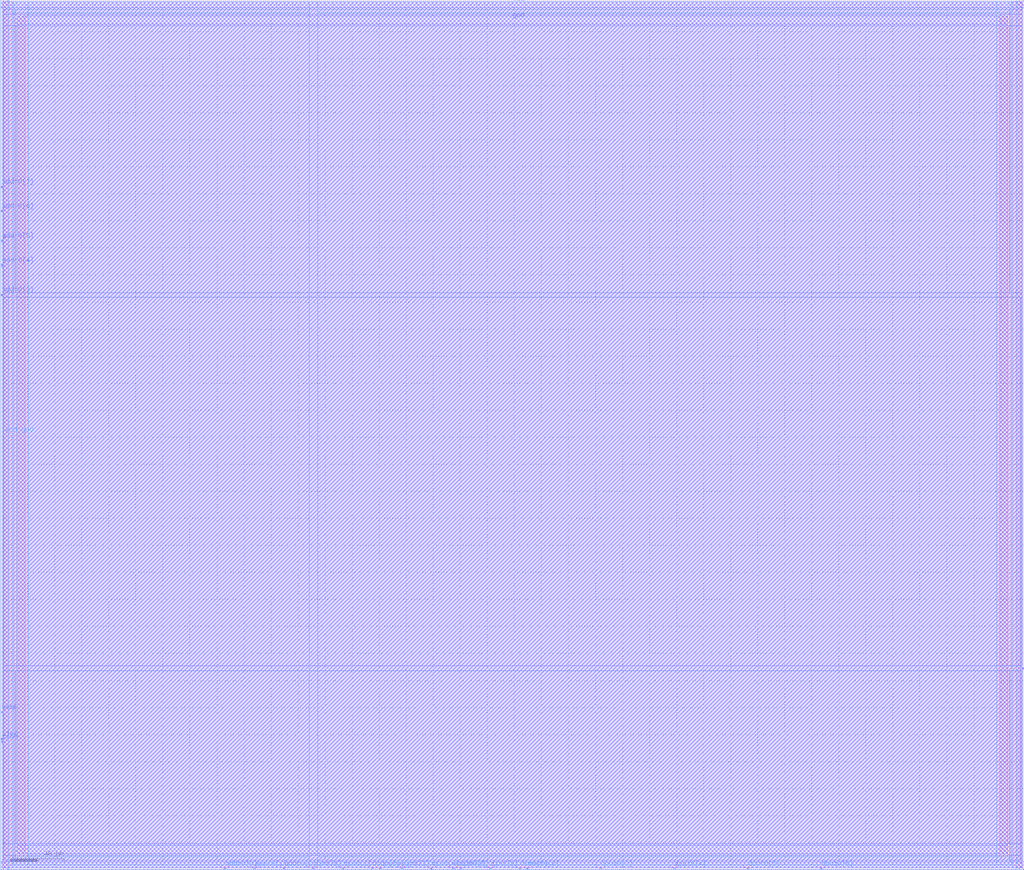
<source format=lef>
VERSION 5.4 ;
NAMESCASESENSITIVE ON ;
BUSBITCHARS "[]" ;
DIVIDERCHAR "/" ;
UNITS
  DATABASE MICRONS 2000 ;
END UNITS
MACRO scn4m_subm_256x8
   CLASS BLOCK ;
   SIZE 757.1 BY 643.6 ;
   SYMMETRY X Y R90 ;
   PIN din0[0]
      DIRECTION INPUT ;
      PORT
         LAYER metal4 ;
         RECT  230.8 0.0 232.0 1.2 ;
      END
   END din0[0]
   PIN din0[1]
      DIRECTION INPUT ;
      PORT
         LAYER metal4 ;
         RECT  252.6 0.0 253.8 1.2 ;
      END
   END din0[1]
   PIN din0[2]
      DIRECTION INPUT ;
      PORT
         LAYER metal4 ;
         RECT  274.4 0.0 275.6 1.2 ;
      END
   END din0[2]
   PIN din0[3]
      DIRECTION INPUT ;
      PORT
         LAYER metal4 ;
         RECT  296.2 0.0 297.4 1.2 ;
      END
   END din0[3]
   PIN din0[4]
      DIRECTION INPUT ;
      PORT
         LAYER metal4 ;
         RECT  318.0 0.0 319.2 1.2 ;
      END
   END din0[4]
   PIN din0[5]
      DIRECTION INPUT ;
      PORT
         LAYER metal4 ;
         RECT  339.8 0.0 341.0 1.2 ;
      END
   END din0[5]
   PIN din0[6]
      DIRECTION INPUT ;
      PORT
         LAYER metal4 ;
         RECT  361.6 0.0 362.8 1.2 ;
      END
   END din0[6]
   PIN din0[7]
      DIRECTION INPUT ;
      PORT
         LAYER metal4 ;
         RECT  383.4 0.0 384.6 1.2 ;
      END
   END din0[7]
   PIN addr0[0]
      DIRECTION INPUT ;
      PORT
         LAYER metal4 ;
         RECT  165.4 0.0 166.6 1.2 ;
      END
   END addr0[0]
   PIN addr0[1]
      DIRECTION INPUT ;
      PORT
         LAYER metal4 ;
         RECT  187.2 0.0 188.4 1.2 ;
      END
   END addr0[1]
   PIN addr0[2]
      DIRECTION INPUT ;
      PORT
         LAYER metal4 ;
         RECT  209.0 0.0 210.2 1.2 ;
      END
   END addr0[2]
   PIN addr0[3]
      DIRECTION INPUT ;
      PORT
         LAYER metal3 ;
         RECT  0.0 424.6 1.2 425.8 ;
      END
   END addr0[3]
   PIN addr0[4]
      DIRECTION INPUT ;
      PORT
         LAYER metal3 ;
         RECT  0.0 446.6 1.2 447.8 ;
      END
   END addr0[4]
   PIN addr0[5]
      DIRECTION INPUT ;
      PORT
         LAYER metal3 ;
         RECT  0.0 464.6 1.2 465.8 ;
      END
   END addr0[5]
   PIN addr0[6]
      DIRECTION INPUT ;
      PORT
         LAYER metal3 ;
         RECT  0.0 486.6 1.2 487.8 ;
      END
   END addr0[6]
   PIN addr0[7]
      DIRECTION INPUT ;
      PORT
         LAYER metal3 ;
         RECT  0.0 504.6 1.2 505.8 ;
      END
   END addr0[7]
   PIN csb0
      DIRECTION INPUT ;
      PORT
         LAYER metal3 ;
         RECT  0.0 94.0 1.2 95.2 ;
      END
   END csb0
   PIN web0
      DIRECTION INPUT ;
      PORT
         LAYER metal3 ;
         RECT  0.0 116.0 1.2 117.2 ;
      END
   END web0
   PIN clk0
      DIRECTION INPUT ;
      PORT
         LAYER metal3 ;
         RECT  0.0 96.0 1.2 97.2 ;
      END
   END clk0
   PIN dout0[0]
      DIRECTION OUTPUT ;
      PORT
         LAYER metal4 ;
         RECT  280.1 0.0 281.3 1.2 ;
      END
   END dout0[0]
   PIN dout0[1]
      DIRECTION OUTPUT ;
      PORT
         LAYER metal4 ;
         RECT  334.5 0.0 335.7 1.2 ;
      END
   END dout0[1]
   PIN dout0[2]
      DIRECTION OUTPUT ;
      PORT
         LAYER metal4 ;
         RECT  388.9 0.0 390.1 1.2 ;
      END
   END dout0[2]
   PIN dout0[3]
      DIRECTION OUTPUT ;
      PORT
         LAYER metal4 ;
         RECT  443.3 0.0 444.5 1.2 ;
      END
   END dout0[3]
   PIN dout0[4]
      DIRECTION OUTPUT ;
      PORT
         LAYER metal4 ;
         RECT  497.7 0.0 498.9 1.2 ;
      END
   END dout0[4]
   PIN dout0[5]
      DIRECTION OUTPUT ;
      PORT
         LAYER metal4 ;
         RECT  552.1 0.0 553.3 1.2 ;
      END
   END dout0[5]
   PIN dout0[6]
      DIRECTION OUTPUT ;
      PORT
         LAYER metal4 ;
         RECT  606.5 0.0 607.7 1.2 ;
      END
   END dout0[6]
   PIN dout0[7]
      DIRECTION OUTPUT ;
      PORT
         LAYER metal3 ;
         RECT  755.9 148.4 757.1 149.6 ;
      END
   END dout0[7]
   PIN vdd
      DIRECTION INOUT ;
      USE POWER ; 
      SHAPE ABUTMENT ; 
      PORT
         LAYER metal4 ;
         RECT  751.1 0.0 757.1 643.6 ;
         LAYER metal3 ;
         RECT  0.0 0.0 757.1 6.0 ;
         LAYER metal3 ;
         RECT  0.0 637.6 757.1 643.6 ;
         LAYER metal4 ;
         RECT  0.0 0.0 6.0 643.6 ;
      END
   END vdd
   PIN gnd
      DIRECTION INOUT ;
      USE GROUND ; 
      SHAPE ABUTMENT ; 
      PORT
         LAYER metal4 ;
         RECT  739.1 12.0 745.1 631.6 ;
         LAYER metal3 ;
         RECT  12.0 12.0 745.1 18.0 ;
         LAYER metal3 ;
         RECT  12.0 625.6 745.1 631.6 ;
         LAYER metal4 ;
         RECT  12.0 12.0 18.0 631.6 ;
      END
   END gnd
   OBS
   LAYER  metal1 ;
      RECT  1.4 1.4 755.7 642.2 ;
   LAYER  metal2 ;
      RECT  1.4 1.4 755.7 642.2 ;
   LAYER  metal3 ;
      RECT  2.4 423.4 755.7 427.0 ;
      RECT  1.4 427.0 2.4 445.4 ;
      RECT  1.4 449.0 2.4 463.4 ;
      RECT  1.4 467.0 2.4 485.4 ;
      RECT  1.4 489.0 2.4 503.4 ;
      RECT  1.4 118.4 2.4 423.4 ;
      RECT  1.4 98.4 2.4 114.8 ;
      RECT  2.4 147.2 754.7 150.8 ;
      RECT  2.4 150.8 754.7 423.4 ;
      RECT  754.7 150.8 755.7 423.4 ;
      RECT  1.4 7.2 2.4 92.8 ;
      RECT  754.7 7.2 755.7 147.2 ;
      RECT  1.4 507.0 2.4 636.4 ;
      RECT  2.4 7.2 10.8 10.8 ;
      RECT  2.4 10.8 10.8 19.2 ;
      RECT  2.4 19.2 10.8 147.2 ;
      RECT  10.8 7.2 746.3 10.8 ;
      RECT  10.8 19.2 746.3 147.2 ;
      RECT  746.3 7.2 754.7 10.8 ;
      RECT  746.3 10.8 754.7 19.2 ;
      RECT  746.3 19.2 754.7 147.2 ;
      RECT  2.4 427.0 10.8 624.4 ;
      RECT  2.4 624.4 10.8 632.8 ;
      RECT  2.4 632.8 10.8 636.4 ;
      RECT  10.8 427.0 746.3 624.4 ;
      RECT  10.8 632.8 746.3 636.4 ;
      RECT  746.3 427.0 755.7 624.4 ;
      RECT  746.3 624.4 755.7 632.8 ;
      RECT  746.3 632.8 755.7 636.4 ;
   LAYER  metal4 ;
      RECT  228.4 3.6 234.4 642.2 ;
      RECT  234.4 1.4 250.2 3.6 ;
      RECT  256.2 1.4 272.0 3.6 ;
      RECT  299.8 1.4 315.6 3.6 ;
      RECT  343.4 1.4 359.2 3.6 ;
      RECT  365.2 1.4 381.0 3.6 ;
      RECT  169.0 1.4 184.8 3.6 ;
      RECT  190.8 1.4 206.6 3.6 ;
      RECT  212.6 1.4 228.4 3.6 ;
      RECT  283.7 1.4 293.8 3.6 ;
      RECT  321.6 1.4 332.1 3.6 ;
      RECT  392.5 1.4 440.9 3.6 ;
      RECT  446.9 1.4 495.3 3.6 ;
      RECT  501.3 1.4 549.7 3.6 ;
      RECT  555.7 1.4 604.1 3.6 ;
      RECT  610.1 1.4 748.7 3.6 ;
      RECT  8.4 1.4 163.0 3.6 ;
      RECT  234.4 3.6 736.7 9.6 ;
      RECT  234.4 9.6 736.7 634.0 ;
      RECT  234.4 634.0 736.7 642.2 ;
      RECT  736.7 3.6 747.5 9.6 ;
      RECT  736.7 634.0 747.5 642.2 ;
      RECT  747.5 3.6 748.7 9.6 ;
      RECT  747.5 9.6 748.7 634.0 ;
      RECT  747.5 634.0 748.7 642.2 ;
      RECT  8.4 3.6 9.6 9.6 ;
      RECT  8.4 9.6 9.6 634.0 ;
      RECT  8.4 634.0 9.6 642.2 ;
      RECT  9.6 3.6 20.4 9.6 ;
      RECT  9.6 634.0 20.4 642.2 ;
      RECT  20.4 3.6 228.4 9.6 ;
      RECT  20.4 9.6 228.4 634.0 ;
      RECT  20.4 634.0 228.4 642.2 ;
   END
END    scn4m_subm_256x8
END    LIBRARY

</source>
